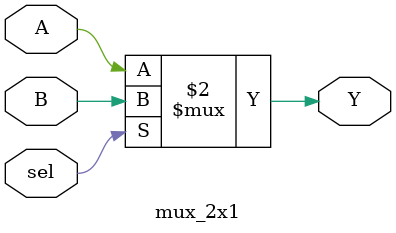
<source format=v>
module mux_2x1 (
  input A,
  input B,
  input sel,
  output Y
);

  assign Y = (sel == 0) ? A : B;

endmodule
</source>
